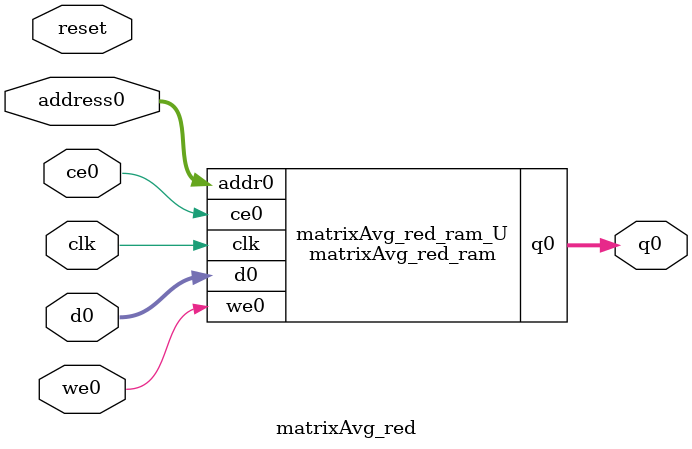
<source format=v>

`timescale 1 ns / 1 ps
module matrixAvg_red_ram (addr0, ce0, d0, we0, q0,  clk);

parameter DWIDTH = 32;
parameter AWIDTH = 10;
parameter MEM_SIZE = 900;

input[AWIDTH-1:0] addr0;
input ce0;
input[DWIDTH-1:0] d0;
input we0;
output reg[DWIDTH-1:0] q0;
input clk;

(* ram_style = "block" *)reg [DWIDTH-1:0] ram[0:MEM_SIZE-1];




always @(posedge clk)  
begin 
    if (ce0) 
    begin
        if (we0) 
        begin 
            ram[addr0] <= d0; 
            q0 <= d0;
        end 
        else 
            q0 <= ram[addr0];
    end
end


endmodule


`timescale 1 ns / 1 ps
module matrixAvg_red(
    reset,
    clk,
    address0,
    ce0,
    we0,
    d0,
    q0);

parameter DataWidth = 32'd32;
parameter AddressRange = 32'd900;
parameter AddressWidth = 32'd10;
input reset;
input clk;
input[AddressWidth - 1:0] address0;
input ce0;
input we0;
input[DataWidth - 1:0] d0;
output[DataWidth - 1:0] q0;



matrixAvg_red_ram matrixAvg_red_ram_U(
    .clk( clk ),
    .addr0( address0 ),
    .ce0( ce0 ),
    .d0( d0 ),
    .we0( we0 ),
    .q0( q0 ));

endmodule


</source>
